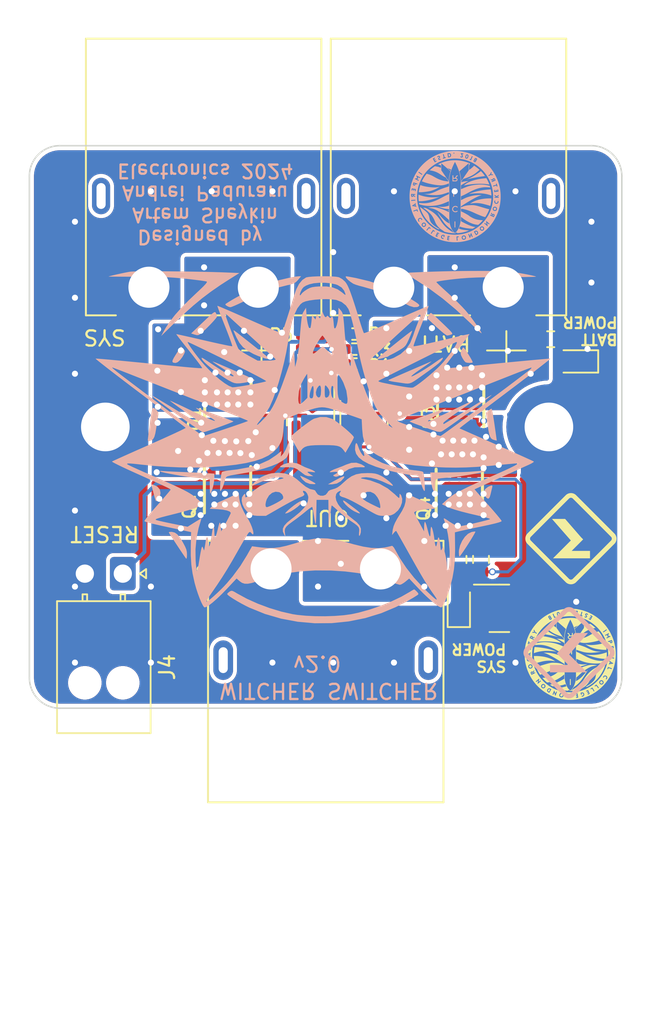
<source format=kicad_pcb>
(kicad_pcb (version 20240108) (generator "pcbnew") (generator_version "8.0")
  (layers (0 "F.Cu" signal) (31 "B.Cu" signal) (34 "B.Paste" user) (35 "F.Paste" user) (36 "B.SilkS" user "B.Silkscreen") (37 "F.SilkS" user "F.Silkscreen") (38 "B.Mask" user) (39 "F.Mask" user) (44 "Edge.Cuts" user))
  (net 0 "")
  (net 1 "VBAT")
  (net 2 "Net-(D1-K)")
  (net 3 "VADP")
  (net 4 "GND")
  (net 5 "Net-(D1-A)")
  (net 7 "/GATE1")
  (net 8 "Net-(U1-CTL)")
  (net 9 "/STAT")
  (net 11 "Net-(D2-A)")
  (net 13 "/GATE2")
  (net 14 "VOUT")
  (net 15 "VRST")
  (net 16 "Net-(Q1-Pad1)")
  (net 17 "Net-(Q3-Pad1)")
  (net 18 "Net-(U2-CTL)")
  (footprint "Resistor_SMD:R_0603_1608Metric" (layer "F.Cu") (at 139.73 92.215 -90)
    (property "Reference" "R8")
    (property "Value" "470k")
    (pad "1" smd roundrect (at -0.825 0 270) (size 0.8 0.95) (layers "F.Cu" "F.Paste" "F.Mask") (net 14 "VOUT"))
    (pad "2" smd roundrect (at 0.825 0 270) (size 0.8 0.95) (layers "F.Cu" "F.Paste" "F.Mask") (net 9 "/STAT"))
  )
  (footprint "iclr:AMASS_XT60PW-M" (layer "F.Cu") (at 121.47 68.31)
    (property "Reference" "J2" (hide yes))
    (property "Value" "XT60PW-M")
    (pad "1" thru_hole rect (at 3.6 6) (size 3.716 3.716) (drill 2.7) (layers "*.Cu" "*.Mask") (net 3 "VADP"))
    (pad "2" thru_hole circle (at -3.6 6) (size 3.716 3.716) (drill 2.7) (layers "*.Cu" "*.Mask") (net 4 "GND"))
    (pad "S1" thru_hole oval (at 6.75 0) (size 1.2 2.4) (drill oval 0.6 1.7) (layers "*.Cu" "*.Mask"))
    (pad "S2" thru_hole oval (at -6.75 0) (size 1.2 2.4) (drill oval 0.6 1.7) (layers "*.Cu" "*.Mask"))
  )
  (footprint "MountingHole:MountingHole_3.2mm_M3_DIN965_Pad" (layer "F.Cu") (at 144.2 83.5)
    (property "Reference" "H1")
    (property "Value" "MountingHole_Pad")
    (pad "1" thru_hole circle (at 0 0) (size 5.6 5.6) (drill 3.2) (layers "*.Cu" "*.Mask") (net 4 "GND"))
  )
  (footprint "LED_SMD:LED_0603_1608Metric" (layer "F.Cu") (at 145.96 79.19 180)
    (property "Reference" "D2")
    (property "Value" "BATT_LED")
    (pad "1" smd roundrect (at -0.7875 0 180) (size 0.875 0.95) (layers "F.Cu" "F.Paste" "F.Mask") (net 4 "GND"))
    (pad "2" smd roundrect (at 0.7875 0 180) (size 0.875 0.95) (layers "F.Cu" "F.Paste" "F.Mask") (net 11 "Net-(D2-A)"))
  )
  (footprint "Resistor_SMD:R_0402_1005Metric" (layer "F.Cu") (at 131.4 77.39 180)
    (property "Reference" "R2" (at -1.675 -0.01 180) (layer "F.SilkS") (effects (font (size 0.8 0.8) (thickness 0.1524))))
    (property "Value" "10k")
    (pad "1" smd roundrect (at -0.51 0 180) (size 0.54 0.64) (layers "F.Cu" "F.Paste" "F.Mask") (net 8 "Net-(U1-CTL)"))
    (pad "2" smd roundrect (at 0.51 0 180) (size 0.54 0.64) (layers "F.Cu" "F.Paste" "F.Mask") (net 4 "GND"))
  )
  (footprint "Resistor_SMD:R_0402_1005Metric" (layer "F.Cu") (at 128.34 77.44)
    (property "Reference" "R5" (at -1.765 0.01 0) (layer "F.SilkS") (effects (font (size 0.8 0.8) (thickness 0.1524) (bold yes))))
    (property "Value" "10k")
    (pad "1" smd roundrect (at -0.51 0) (size 0.54 0.64) (layers "F.Cu" "F.Paste" "F.Mask") (net 18 "Net-(U2-CTL)"))
    (pad "2" smd roundrect (at 0.51 0) (size 0.54 0.64) (layers "F.Cu" "F.Paste" "F.Mask") (net 4 "GND"))
  )
  (footprint "iclr:SQS850ENT1_GE3" (layer "F.Cu") (at 123.07 81.975 90)
    (property "Reference" "Q1" (at -1 -2.195 90) (layer "F.SilkS") (effects (font (size 0.8 0.8) (thickness 0.1524) (bold yes))))
    (property "Value" "SQS141ELNW-T1_GE3" (hide yes))
    (pad "1" smd rect (at -1.435 -0.99 180) (size 0.405 0.99) (layers "F.Cu" "F.Paste" "F.Mask") (net 16 "Net-(Q1-Pad1)"))
    (pad "2" smd rect (at -1.435 -0.33 180) (size 0.405 0.99) (layers "F.Cu" "F.Paste" "F.Mask") (net 16 "Net-(Q1-Pad1)"))
    (pad "3" smd rect (at -1.435 0.33 180) (size 0.405 0.99) (layers "F.Cu" "F.Paste" "F.Mask") (net 16 "Net-(Q1-Pad1)"))
    (pad "4" smd rect (at -1.435 0.99 180) (size 0.405 0.99) (layers "F.Cu" "F.Paste" "F.Mask") (net 13 "/GATE2"))
    (pad "5" smd rect (at 1.675 0.99 180) (size 0.405 0.51) (layers "F.Cu" "F.Paste" "F.Mask") (net 3 "VADP"))
    (pad "6" smd rect (at 1.675 0.33 180) (size 0.405 0.51) (layers "F.Cu" "F.Paste" "F.Mask") (net 3 "VADP"))
    (pad "7" smd rect (at 1.675 -0.33 180) (size 0.405 0.51) (layers "F.Cu" "F.Paste" "F.Mask") (net 3 "VADP"))
    (pad "8" smd rect (at 1.675 -0.99 180) (size 0.405 0.51) (layers "F.Cu" "F.Paste" "F.Mask") (net 3 "VADP"))
    (pad "9" smd rect (at 0.557 0 90) (size 1.725 2.235) (layers "F.Cu" "F.Paste" "F.Mask") (net 3 "VADP"))
    (pad "10" smd rect (at 1.295 1.156 180) (size 0.077 0.25) (layers "F.Cu" "F.Paste" "F.Mask") (net 3 "VADP"))
    (pad "11" smd rect (at 1.295 -1.156 180) (size 0.077 0.25) (layers "F.Cu" "F.Paste" "F.Mask") (net 3 "VADP"))
  )
  (footprint "iclr:AMASS_XT60PW-M" (layer "F.Cu") (at 137.59 68.31)
    (property "Reference" "J1" (hide yes))
    (property "Value" "XT60PW-M")
    (pad "1" thru_hole rect (at 3.6 6) (size 3.716 3.716) (drill 2.7) (layers "*.Cu" "*.Mask") (net 1 "VBAT"))
    (pad "2" thru_hole circle (at -3.6 6) (size 3.716 3.716) (drill 2.7) (layers "*.Cu" "*.Mask") (net 4 "GND"))
    (pad "S1" thru_hole oval (at 6.75 0) (size 1.2 2.4) (drill oval 0.6 1.7) (layers "*.Cu" "*.Mask"))
    (pad "S2" thru_hole oval (at -6.75 0) (size 1.2 2.4) (drill oval 0.6 1.7) (layers "*.Cu" "*.Mask"))
  )
  (footprint "iclr:Molex_Nano-Fit_105313-xx02_1x02_P2.50mm_Horizontal" (layer "F.Cu") (at 116.15 93.15 -90)
    (property "Reference" "J4" (at 6.15 -2.92 -90) (layer "F.SilkS"))
    (property "Value" "Conn_01x02_Pin")
    (pad "" np_thru_hole circle (at 7.18 0 270) (size 1.7 1.7) (drill 1.7) (layers "*.Cu" "*.Mask"))
    (pad "" np_thru_hole circle (at 7.18 2.5 270) (size 1.7 1.7) (drill 1.7) (layers "*.Cu" "*.Mask"))
    (pad "1" thru_hole roundrect (at 0 0 270) (size 2.2 1.7) (drill 1.2) (layers "*.Cu" "*.Mask") (roundrect_rratio 0.147059) (net 15 "VRST"))
    (pad "2" thru_hole oval (at 0 2.5 270) (size 2.2 1.7) (drill 1.2) (layers "*.Cu" "*.Mask") (net 4 "GND"))
  )
  (footprint "Resistor_SMD:R_0603_1608Metric" (layer "F.Cu") (at 144.32 77.73)
    (property "Reference" "R6")
    (property "Value" "3k")
    (pad "1" smd roundrect (at -0.825 0) (size 0.8 0.95) (layers "F.Cu" "F.Paste" "F.Mask") (net 1 "VBAT"))
    (pad "2" smd roundrect (at 0.825 0) (size 0.8 0.95) (layers "F.Cu" "F.Paste" "F.Mask") (net 11 "Net-(D2-A)"))
  )
  (footprint "Resistor_SMD:R_0402_1005Metric" (layer "F.Cu") (at 131.4 79.36 180)
    (property "Reference" "R1" (at -1.65 -0.115 180) (layer "F.SilkS") (effects (font (size 0.8 0.8) (thickness 0.1524))))
    (property "Value" "470k")
    (pad "1" smd roundrect (at -0.51 0 180) (size 0.54 0.64) (layers "F.Cu" "F.Paste" "F.Mask") (net 8 "Net-(U1-CTL)"))
    (pad "2" smd roundrect (at 0.51 0 180) (size 0.54 0.64) (layers "F.Cu" "F.Paste" "F.Mask") (net 3 "VADP"))
  )
  (footprint "iclr:iclr_logo_estd2018_6mm" (layer "F.Cu") (at 145.6 98.45 180)
    (property "Reference" "G***" (hide yes))
    (property "Value" "LOGO" (hide yes))
  )
  (footprint "iclr:AMASS_XT60PW-F" (layer "F.Cu") (at 129.51 92.84)
    (property "Reference" "J3")
    (property "Value" "XT60PW-F")
    (pad "1" thru_hole circle (at -3.6 0) (size 3.716 3.716) (drill 2.7) (layers "*.Cu" "*.Mask") (net 4 "GND"))
    (pad "2" thru_hole circle (at 3.6 0) (size 3.716 3.716) (drill 2.7) (layers "*.Cu" "*.Mask") (net 14 "VOUT"))
    (pad "S1" thru_hole oval (at -6.75 6) (size 1.3 2.6) (drill oval 0.6 1.7) (layers "*.Cu" "*.Mask"))
    (pad "S2" thru_hole oval (at 6.75 6) (size 1.3 2.6) (drill oval 0.6 1.7) (layers "*.Cu" "*.Mask"))
  )
  (footprint "iclr:SQS850ENT1_GE3" (layer "F.Cu") (at 138.39 81.955 90)
    (property "Reference" "Q3" (at -0.895 -2.115 90) (layer "F.SilkS") (effects (font (size 0.8 0.8) (thickness 0.1524) (bold yes))))
    (property "Value" "SQS141ELNW-T1_GE3" (hide yes))
    (pad "1" smd rect (at -1.435 -0.99 180) (size 0.405 0.99) (layers "F.Cu" "F.Paste" "F.Mask") (net 17 "Net-(Q3-Pad1)"))
    (pad "2" smd rect (at -1.435 -0.33 180) (size 0.405 0.99) (layers "F.Cu" "F.Paste" "F.Mask") (net 17 "Net-(Q3-Pad1)"))
    (pad "3" smd rect (at -1.435 0.33 180) (size 0.405 0.99) (layers "F.Cu" "F.Paste" "F.Mask") (net 17 "Net-(Q3-Pad1)"))
    (pad "4" smd rect (at -1.435 0.99 180) (size 0.405 0.99) (layers "F.Cu" "F.Paste" "F.Mask") (net 7 "/GATE1"))
    (pad "5" smd rect (at 1.675 0.99 180) (size 0.405 0.51) (layers "F.Cu" "F.Paste" "F.Mask") (net 1 "VBAT"))
    (pad "6" smd rect (at 1.675 0.33 180) (size 0.405 0.51) (layers "F.Cu" "F.Paste" "F.Mask") (net 1 "VBAT"))
    (pad "7" smd rect (at 1.675 -0.33 180) (size 0.405 0.51) (layers "F.Cu" "F.Paste" "F.Mask") (net 1 "VBAT"))
    (pad "8" smd rect (at 1.675 -0.99 180) (size 0.405 0.51) (layers "F.Cu" "F.Paste" "F.Mask") (net 1 "VBAT"))
    (pad "9" smd rect (at 0.557 0 90) (size 1.725 2.235) (layers "F.Cu" "F.Paste" "F.Mask") (net 1 "VBAT"))
    (pad "10" smd rect (at 1.295 1.156 180) (size 0.077 0.25) (layers "F.Cu" "F.Paste" "F.Mask") (net 1 "VBAT"))
    (pad "11" smd rect (at 1.295 -1.156 180) (size 0.077 0.25) (layers "F.Cu" "F.Paste" "F.Mask") (net 1 "VBAT"))
  )
  (footprint "iclr:SQS850ENT1_GE3" (layer "F.Cu") (at 123.044 87.635 -90)
    (property "Reference" "Q2" (at 1.115 2.519 90) (layer "F.SilkS") (effects (font (size 0.8 0.8) (thickness 0.1524) (bold yes))))
    (property "Value" "SQS141ELNW-T1_GE3" (hide yes))
    (pad "1" smd rect (at -1.435 -0.99) (size 0.405 0.99) (layers "F.Cu" "F.Paste" "F.Mask") (net 16 "Net-(Q1-Pad1)"))
    (pad "2" smd rect (at -1.435 -0.33) (size 0.405 0.99) (layers "F.Cu" "F.Paste" "F.Mask") (net 16 "Net-(Q1-Pad1)"))
    (pad "3" smd rect (at -1.435 0.33) (size 0.405 0.99) (layers "F.Cu" "F.Paste" "F.Mask") (net 16 "Net-(Q1-Pad1)"))
    (pad "4" smd rect (at -1.435 0.99) (size 0.405 0.99) (layers "F.Cu" "F.Paste" "F.Mask") (net 13 "/GATE2"))
    (pad "5" smd rect (at 1.675 0.99) (size 0.405 0.51) (layers "F.Cu" "F.Paste" "F.Mask") (net 14 "VOUT"))
    (pad "6" smd rect (at 1.675 0.33) (size 0.405 0.51) (layers "F.Cu" "F.Paste" "F.Mask") (net 14 "VOUT"))
    (pad "7" smd rect (at 1.675 -0.33) (size 0.405 0.51) (layers "F.Cu" "F.Paste" "F.Mask") (net 14 "VOUT"))
    (pad "8" smd rect (at 1.675 -0.99) (size 0.405 0.51) (layers "F.Cu" "F.Paste" "F.Mask") (net 14 "VOUT"))
    (pad "9" smd rect (at 0.557 0 270) (size 1.725 2.235) (layers "F.Cu" "F.Paste" "F.Mask") (net 14 "VOUT"))
    (pad "10" smd rect (at 1.295 1.156) (size 0.077 0.25) (layers "F.Cu" "F.Paste" "F.Mask") (net 14 "VOUT"))
    (pad "11" smd rect (at 1.295 -1.156) (size 0.077 0.25) (layers "F.Cu" "F.Paste" "F.Mask") (net 14 "VOUT"))
  )
  (footprint "Resistor_SMD:R_0402_1005Metric" (layer "F.Cu") (at 131.39 78.38)
    (property "Reference" "R3" (at 1.66 0.07 0) (layer "F.SilkS") (effects (font (size 0.8 0.8) (thickness 0.1524))))
    (property "Value" "10k")
    (pad "1" smd roundrect (at -0.51 0) (size 0.54 0.64) (layers "F.Cu" "F.Paste" "F.Mask") (net 15 "VRST"))
    (pad "2" smd roundrect (at 0.51 0) (size 0.54 0.64) (layers "F.Cu" "F.Paste" "F.Mask") (net 8 "Net-(U1-CTL)"))
  )
  (footprint "MountingHole:MountingHole_3.2mm_M3_DIN965_Pad" (layer "F.Cu") (at 115 83.5)
    (property "Reference" "H3")
    (property "Value" "MountingHole_Pad")
    (pad "1" thru_hole circle (at 0 0) (size 5.6 5.6) (drill 3.2) (layers "*.Cu" "*.Mask") (net 4 "GND"))
  )
  (footprint "LED_SMD:LED_0603_1608Metric" (layer "F.Cu") (at 138.27 95.18 90)
    (property "Reference" "D1")
    (property "Value" "SYS_LED")
    (pad "1" smd roundrect (at -0.7875 0 90) (size 0.875 0.95) (layers "F.Cu" "F.Paste" "F.Mask") (net 2 "Net-(D1-K)"))
    (pad "2" smd roundrect (at 0.7875 0 90) (size 0.875 0.95) (layers "F.Cu" "F.Paste" "F.Mask") (net 5 "Net-(D1-A)"))
  )
  (footprint "iclr:rae_logo_6mm" (layer "F.Cu") (at 145.65 90.85 180)
    (property "Reference" "G***" (hide yes))
    (property "Value" "LOGO" (hide yes))
  )
  (footprint "Resistor_SMD:R_0402_1005Metric" (layer "F.Cu") (at 128.33 78.38 180)
    (property "Reference" "R4" (at 0.03 -1.095 0) (layer "F.SilkS") (effects (font (size 0.8 0.8) (thickness 0.1524) (bold yes))))
    (property "Value" "10k")
    (pad "1" smd roundrect (at -0.51 0 180) (size 0.54 0.64) (layers "F.Cu" "F.Paste" "F.Mask") (net 15 "VRST"))
    (pad "2" smd roundrect (at 0.51 0 180) (size 0.54 0.64) (layers "F.Cu" "F.Paste" "F.Mask") (net 18 "Net-(U2-CTL)"))
  )
  (footprint "Package_TO_SOT_SMD:SOT-23" (layer "F.Cu") (at 140.9375 95.43)
    (property "Reference" "Q5")
    (property "Value" "FDN340P")
    (pad "1" smd roundrect (at -0.9375 -0.95) (size 1.475 0.6) (layers "F.Cu" "F.Paste" "F.Mask") (net 9 "/STAT"))
    (pad "2" smd roundrect (at -0.9375 0.95) (size 1.475 0.6) (layers "F.Cu" "F.Paste" "F.Mask") (net 2 "Net-(D1-K)"))
    (pad "3" smd roundrect (at 0.9375 0) (size 1.475 0.6) (layers "F.Cu" "F.Paste" "F.Mask") (net 4 "GND"))
  )
  (footprint "Package_TO_SOT_SMD:TSOT-23-6" (layer "F.Cu") (at 128.51 82.6025 -90)
    (property "Reference" "U2")
    (property "Value" "LTC4412xS6")
    (pad "1" smd roundrect (at -1.1375 -0.95 270) (size 1.325 0.6) (layers "F.Cu" "F.Paste" "F.Mask") (net 3 "VADP"))
    (pad "2" smd roundrect (at -1.1375 0 270) (size 1.325 0.6) (layers "F.Cu" "F.Paste" "F.Mask") (net 4 "GND"))
    (pad "3" smd roundrect (at -1.1375 0.95 270) (size 1.325 0.6) (layers "F.Cu" "F.Paste" "F.Mask") (net 18 "Net-(U2-CTL)"))
    (pad "4" smd roundrect (at 1.1375 0.95 270) (size 1.325 0.6) (layers "F.Cu" "F.Paste" "F.Mask"))
    (pad "5" smd roundrect (at 1.1375 0 270) (size 1.325 0.6) (layers "F.Cu" "F.Paste" "F.Mask") (net 13 "/GATE2"))
    (pad "6" smd roundrect (at 1.1375 -0.95 270) (size 1.325 0.6) (layers "F.Cu" "F.Paste" "F.Mask") (net 14 "VOUT"))
  )
  (footprint "Resistor_SMD:R_0603_1608Metric" (layer "F.Cu") (at 138.25 92.22 -90)
    (property "Reference" "R7")
    (property "Value" "3k")
    (pad "1" smd roundrect (at -0.825 0 270) (size 0.8 0.95) (layers "F.Cu" "F.Paste" "F.Mask") (net 14 "VOUT"))
    (pad "2" smd roundrect (at 0.825 0 270) (size 0.8 0.95) (layers "F.Cu" "F.Paste" "F.Mask") (net 5 "Net-(D1-A)"))
  )
  (footprint "iclr:SQS850ENT1_GE3" (layer "F.Cu") (at 138.3 87.8 -90)
    (property "Reference" "Q4" (at 1.075 2.35 -90) (layer "F.SilkS") (effects (font (size 0.8 0.8) (thickness 0.1524) (bold yes))))
    (property "Value" "SQS141ELNW-T1_GE3" (hide yes))
    (pad "1" smd rect (at -1.435 -0.99) (size 0.405 0.99) (layers "F.Cu" "F.Paste" "F.Mask") (net 17 "Net-(Q3-Pad1)"))
    (pad "2" smd rect (at -1.435 -0.33) (size 0.405 0.99) (layers "F.Cu" "F.Paste" "F.Mask") (net 17 "Net-(Q3-Pad1)"))
    (pad "3" smd rect (at -1.435 0.33) (size 0.405 0.99) (layers "F.Cu" "F.Paste" "F.Mask") (net 17 "Net-(Q3-Pad1)"))
    (pad "4" smd rect (at -1.435 0.99) (size 0.405 0.99) (layers "F.Cu" "F.Paste" "F.Mask") (net 7 "/GATE1"))
    (pad "5" smd rect (at 1.675 0.99) (size 0.405 0.51) (layers "F.Cu" "F.Paste" "F.Mask") (net 14 "VOUT"))
    (pad "6" smd rect (at 1.675 0.33) (size 0.405 0.51) (layers "F.Cu" "F.Paste" "F.Mask") (net 14 "VOUT"))
    (pad "7" smd rect (at 1.675 -0.33) (size 0.405 0.51) (layers "F.Cu" "F.Paste" "F.Mask") (net 14 "VOUT"))
    (pad "8" smd rect (at 1.675 -0.99) (size 0.405 0.51) (layers "F.Cu" "F.Paste" "F.Mask") (net 14 "VOUT"))
    (pad "9" smd rect (at 0.557 0 270) (size 1.725 2.235) (layers "F.Cu" "F.Paste" "F.Mask") (net 14 "VOUT"))
    (pad "10" smd rect (at 1.295 1.156) (size 0.077 0.25) (layers "F.Cu" "F.Paste" "F.Mask") (net 14 "VOUT"))
    (pad "11" smd rect (at 1.295 -1.156) (size 0.077 0.25) (layers "F.Cu" "F.Paste" "F.Mask") (net 14 "VOUT"))
  )
  (footprint "Package_TO_SOT_SMD:TSOT-23-6" (layer "F.Cu") (at 132.03 82.59 -90)
    (property "Reference" "U1")
    (property "Value" "LTC4412xS6")
    (pad "1" smd roundrect (at -1.1375 -0.95 270) (size 1.325 0.6) (layers "F.Cu" "F.Paste" "F.Mask") (net 1 "VBAT"))
    (pad "2" smd roundrect (at -1.1375 0 270) (size 1.325 0.6) (layers "F.Cu" "F.Paste" "F.Mask") (net 4 "GND"))
    (pad "3" smd roundrect (at -1.1375 0.95 270) (size 1.325 0.6) (layers "F.Cu" "F.Paste" "F.Mask") (net 8 "Net-(U1-CTL)"))
    (pad "4" smd roundrect (at 1.1375 0.95 270) (size 1.325 0.6) (layers "F.Cu" "F.Paste" "F.Mask") (net 9 "/STAT"))
    (pad "5" smd roundrect (at 1.1375 0 270) (size 1.325 0.6) (layers "F.Cu" "F.Paste" "F.Mask") (net 7 "/GATE1"))
    (pad "6" smd roundrect (at 1.1375 -0.95 270) (size 1.325 0.6) (layers "F.Cu" "F.Paste" "F.Mask") (net 14 "VOUT"))
  )
  (footprint "iclr:witcher_switcher" (layer "B.Cu") (at 129.322 85.235272)
    (property "Reference" "G***")
    (property "Value" "LOGO" (hide yes))
  )
  (footprint "iclr:rae_logo_6mm" (layer "B.Cu") (at 145.525 98.35)
    (property "Reference" "G***" (hide yes))
    (property "Value" "LOGO" (hide yes))
  )
  (footprint "iclr:iclr_logo_estd2018_6mm" (layer "B.Cu") (at 138.025 68.35)
    (property "Reference" "G***" (hide yes))
    (property "Value" "LOGO" (hide yes))
  )
  (gr_line (start 110 67) (end 110 100) (stroke (width 0.1)) (layer "Edge.Cuts"))
  (gr_arc (start 147 65) (mid 148.414214 65.585786) (end 149 67) (stroke (width 0.1)) (layer "Edge.Cuts"))
  (gr_arc (start 112 102) (mid 110.585786 101.414214) (end 110 100) (stroke (width 0.1)) (layer "Edge.Cuts"))
  (gr_line (start 149 100) (end 149 67) (stroke (width 0.1)) (layer "Edge.Cuts"))
  (gr_arc (start 110 67) (mid 110.585786 65.585786) (end 112 65) (stroke (width 0.1)) (layer "Edge.Cuts"))
  (gr_line (start 112 102) (end 147 102) (stroke (width 0.1)) (layer "Edge.Cuts"))
  (gr_arc (start 149 100) (mid 148.414214 101.414214) (end 147 102) (stroke (width 0.1)) (layer "Edge.Cuts"))
  (gr_line (start 147 65) (end 112 65) (stroke (width 0.1)) (layer "Edge.Cuts"))
  (gr_text "v2.0\n" (at 127.275 98.475 180) (layer "B.SilkS") (effects (font (size 1 1)) (justify left bottom mirror)))
  (gr_text "Designed by \nArtem Sheykin\nAndrei Paduraru\nElectronics 2024\n" (at 121.575 66.125 180) (layer "B.SilkS") (effects (font (size 0.9 0.9) (thickness 0.1524) (bold yes)) (justify bottom mirror)))
  (gr_text "WITCHER SWITCHER" (at 129.7 100.85 180) (layer "B.SilkS") (effects (font (size 1 1)) (justify mirror)))
  (gr_text "BATT" (at 137.35 78 180) (layer "F.SilkS") (effects (font (size 1 1))))
  (gr_text "SYS" (at 114.95 77.6 180) (layer "F.SilkS") (effects (font (size 1 1))))
  (gr_text "RESET\n" (at 117.325 89.95 180) (layer "F.SilkS") (effects (font (size 1 1)) (justify left bottom)))
  (gr_text "BATT\nPOWER" (at 148.8 76.2 180) (layer "F.SilkS") (effects (font (size 0.7 0.7)) (justify left bottom)))
  (gr_text "OUT" (at 129.625 89.475 180) (layer "F.SilkS") (effects (font (size 1 1))))
  (gr_text "SYS\nPOWER" (at 141.475 97.7 180) (layer "F.SilkS") (effects (font (size 0.7 0.7)) (justify left bottom)))
  (via (at 138 75) (size 0.6) (drill 0.4) (layers "F.Cu" "B.Cu") (net 1))
  (via (at 138 73) (size 0.6) (drill 0.4) (layers "F.Cu" "B.Cu") (net 1))
  (via (at 139.8 81.7) (size 0.6) (drill 0.4) (layers "F.Cu" "B.Cu") (net 1))
  (via (at 139.1 79.6) (size 0.6) (drill 0.4) (layers "F.Cu" "B.Cu") (net 1))
  (via (at 137.5 79.6) (size 0.6) (drill 0.4) (layers "F.Cu" "B.Cu") (net 1))
  (via (at 143 80) (size 0.6) (drill 0.4) (layers "F.Cu" "B.Cu") (net 1))
  (via (at 139.5 77) (size 0.6) (drill 0.4) (layers "F.Cu" "B.Cu") (net 1))
  (via (at 138.3 80.9) (size 0.6) (drill 0.4) (layers "F.Cu" "B.Cu") (net 1))
  (via (at 139 80.9) (size 0.6) (drill 0.4) (layers "F.Cu" "B.Cu") (net 1))
  (via (at 136.5 77) (size 0.6) (drill 0.4) (layers "F.Cu" "B.Cu") (net 1))
  (via (at 135 78.5) (size 0.6) (drill 0.4) (layers "F.Cu" "B.Cu") (net 1))
  (via (at 138.3 79.6) (size 0.6) (drill 0.4) (layers "F.Cu" "B.Cu") (net 1))
  (via (at 137.6 81.7) (size 0.6) (drill 0.4) (layers "F.Cu" "B.Cu") (net 1))
  (via (at 136.8 80.9) (size 0.6) (drill 0.4) (layers "F.Cu" "B.Cu") (net 1))
  (via (at 136.8 81.7) (size 0.6) (drill 0.4) (layers "F.Cu" "B.Cu") (net 1))
  (via (at 138.3 81.7) (size 0.6) (drill 0.4) (layers "F.Cu" "B.Cu") (net 1))
  (via (at 137.6 80.9) (size 0.6) (drill 0.4) (layers "F.Cu" "B.Cu") (net 1))
  (via (at 139 81.7) (size 0.6) (drill 0.4) (layers "F.Cu" "B.Cu") (net 1))
  (via (at 141.5 78.5) (size 0.6) (drill 0.4) (layers "F.Cu" "B.Cu") (net 1))
  (via (at 133.5 77) (size 0.6) (drill 0.4) (layers "F.Cu" "B.Cu") (net 1))
  (via (at 139.8 80.9) (size 0.6) (drill 0.4) (layers "F.Cu" "B.Cu") (net 1))
  (via (at 139.8 80.1) (size 0.6) (drill 0.4) (layers "F.Cu" "B.Cu") (net 1))
  (via (at 138 78.5) (size 0.6) (drill 0.4) (layers "F.Cu" "B.Cu") (net 1))
  (via (at 133.5 80) (size 0.6) (drill 0.4) (layers "F.Cu" "B.Cu") (net 1))
  (via (at 135 81.5) (size 0.6) (drill 0.4) (layers "F.Cu" "B.Cu") (net 1))
  (via (at 136.8 80.1) (size 0.6) (drill 0.4) (layers "F.Cu" "B.Cu") (net 1))
  (segment (start 138.6825 96.38) (end 138.27 95.9675) (width 0.2) (layer "F.Cu") (net 2))
  (segment (start 140 96.38) (end 138.6825 96.38) (width 0.2) (layer "F.Cu") (net 2))
  (segment (start 129.875 79.95) (end 129.89 79.95) (width 0.25) (layer "F.Cu") (net 3))
  (segment (start 129.46 80.38) (end 129.875 79.965) (width 0.25) (layer "F.Cu") (net 3))
  (segment (start 130.48 79.36) (end 130.89 79.36) (width 0.25) (layer "F.Cu") (net 3))
  (segment (start 129.875 79.965) (end 129.875 79.95) (width 0.25) (layer "F.Cu") (net 3))
  (segment (start 129.46 81.465) (end 129.46 80.38) (width 0.25) (layer "F.Cu") (net 3))
  (segment (start 129.89 79.95) (end 130.48 79.36) (width 0.25) (layer "F.Cu") (net 3))
  (via (at 122.825 78.575) (size 0.6) (drill 0.4) (layers "F.Cu" "B.Cu") (net 3))
  (via (at 129.875 79.95) (size 0.45) (drill 0.3) (layers "F.Cu" "B.Cu") (net 3))
  (via (at 119.975 78.475) (size 0.6) (drill 0.4) (layers "F.Cu" "B.Cu") (net 3))
  (via (at 124.125 77.175) (size 0.6) (drill 0.4) (layers "F.Cu" "B.Cu") (net 3))
  (via (at 126.15 81.075) (size 0.6) (drill 0.4) (layers "F.Cu" "B.Cu") (net 3))
  (via (at 121.5 73) (size 0.6) (drill 0.4) (layers "F.Cu" "B.Cu") (net 3))
  (via (at 123.05 79.925) (size 0.6) (drill 0.4) (layers "F.Cu" "B.Cu") (net 3))
  (via (at 123.75 81.225) (size 0.6) (drill 0.4) (layers "F.Cu" "B.Cu") (net 3))
  (via (at 122.25 79.925) (size 0.6) (drill 0.4) (layers "F.Cu" "B.Cu") (net 3))
  (via (at 118.425 79.8) (size 0.6) (drill 0.4) (layers "F.Cu" "B.Cu") (net 3))
  (via (at 124.55 80.425) (size 0.6) (drill 0.4) (layers "F.Cu" "B.Cu") (net 3))
  (via (at 121.55 82.025) (size 0.6) (drill 0.4) (layers "F.Cu" "B.Cu") (net 3))
  (via (at 121.275 77.175) (size 0.6) (drill 0.4) (layers "F.Cu" "B.Cu") (net 3))
  (via (at 126.625 77.3) (size 0.6) (drill 0.4) (layers "F.Cu" "B.Cu") (net 3))
  (via (at 123.75 82.025) (size 0.6) (drill 0.4) (layers "F.Cu" "B.Cu") (net 3))
  (via (at 121.55 80.425) (size 0.6) (drill 0.4) (layers "F.Cu" "B.Cu") (net 3))
  (via (at 118.475 77.075) (size 0.6) (drill 0.4) (layers "F.Cu" "B.Cu") (net 3))
  (via (at 124.55 82.025) (size 0.6) (drill 0.4) (layers "F.Cu" "B.Cu") (net 3))
  (via (at 121.5 75.5) (size 0.6) (drill 0.4) (layers "F.Cu" "B.Cu") (net 3))
  (via (at 123.05 82.025) (size 0.6) (drill 0.4) (layers "F.Cu" "B.Cu") (net 3))
  (via (at 123.05 81.225) (size 0.6) (drill 0.4) (layers "F.Cu" "B.Cu") (net 3))
  (via (at 122.35 81.225) (size 0.6) (drill 0.4) (layers "F.Cu" "B.Cu") (net 3))
  (via (at 125.85 78.875) (size 0.6) (drill 0.4) (layers "F.Cu" "B.Cu") (net 3))
  (via (at 119.975 81.2) (size 0.6) (drill 0.4) (layers "F.Cu" "B.Cu") (net 3))
  (via (at 124.55 81.225) (size 0.6) (drill 0.4) (layers "F.Cu" "B.Cu") (net 3))
  (via (at 121.55 81.225) (size 0.6) (drill 0.4) (layers "F.Cu" "B.Cu") (net 3))
  (via (at 123.85 79.925) (size 0.6) (drill 0.4) (layers "F.Cu" "B.Cu") (net 3))
  (via (at 118.45 82.175) (size 0.6) (drill 0.4) (layers "F.Cu" "B.Cu") (net 3))
  (via (at 122.35 82.025) (size 0.6) (drill 0.4) (layers "F.Cu" "B.Cu") (net 3))
  (segment (start 130.825 79) (end 130.825 78.6) (width 0.25) (layer "B.Cu") (net 3))
  (segment (start 130.225 77.725) (end 129.575 77.725) (width 0.25) (layer "B.Cu") (net 3))
  (segment (start 126.7 77.9) (end 126.675 77.925) (width 0.25) (layer "B.Cu") (net 3))
  (segment (start 129.875 79.95) (end 130.825 79) (width 0.25) (layer "B.Cu") (net 3))
  (segment (start 129.4 77.9) (end 126.7 77.9) (width 0.25) (layer "B.Cu") (net 3))
  (segment (start 130.825 78.6) (end 130.825 78.547182) (width 0.25) (layer "B.Cu") (net 3))
  (segment (start 130.825 78.325) (end 130.225 77.725) (width 0.25) (layer "B.Cu") (net 3))
  (segment (start 129.575 77.725) (end 129.4 77.9) (width 0.25) (layer "B.Cu") (net 3))
  (segment (start 130.825 78.547182) (end 130.825 78.325) (width 0.25) (layer "B.Cu") (net 3))
  (via (at 134 99) (size 0.6) (drill 0.4) (layers "F.Cu" "B.Cu") (net 4))
  (via (at 113 99) (size 0.6) (drill 0.4) (layers "F.Cu" "B.Cu") (net 4))
  (via (at 142 99) (size 0.6) (drill 0.4) (layers "F.Cu" "B.Cu") (net 4))
  (via (at 126 68) (size 0.6) (drill 0.4) (layers "F.Cu" "B.Cu") (net 4))
  (via (at 128.5 80.44) (size 0.45) (drill 0.3) (layers "F.Cu" "B.Cu") (net 4))
  (via (at 113 89) (size 0.6) (drill 0.4) (layers "F.Cu" "B.Cu") (net 4))
  (via (at 130 72) (size 0.6) (drill 0.4) (layers "F.Cu" "B.Cu") (net 4))
  (via (at 113 80) (size 0.6) (drill 0.4) (layers "F.Cu" "B.Cu") (net 4))
  (via (at 113 94) (size 0.6) (drill 0.4) (layers "F.Cu" "B.Cu") (net 4))
  (via (at 126 99) (size 0.6) (drill 0.4) (layers "F.Cu" "B.Cu") (net 4))
  (via (at 130 99) (size 0.6) (drill 0.4) (layers "F.Cu" "B.Cu") (net 4))
  (via (at 132 80.5) (size 0.6) (drill 0.4) (layers "F.Cu" "B.Cu") (net 4))
  (via (at 146 95) (size 0.6) (drill 0.4) (layers "F.Cu" "B.Cu") (net 4))
  (via (at 130 76) (size 0.6) (drill 0.4) (layers "F.Cu" "B.Cu") (net 4))
  (via (at 134 68) (size 0.6) (drill 0.4) (layers "F.Cu" "B.Cu") (net 4))
  (via (at 118 68) (size 0.6) (drill 0.4) (layers "F.Cu" "B.Cu") (net 4))
  (via (at 113 75) (size 0.6) (drill 0.4) (layers "F.Cu" "B.Cu") (net 4))
  (via (at 146.74 78.37) (size 0.6) (drill 0.4) (layers "F.Cu" "B.Cu") (net 4))
  (via (at 147 70) (size 0.6) (drill 0.4) (layers "F.Cu" "B.Cu") (net 4))
  (via (at 122 68) (size 0.6) (drill 0.4) (layers "F.Cu" "B.Cu") (net 4))
  (via (at 147 74) (size 0.6) (drill 0.4) (layers "F.Cu" "B.Cu") (net 4))
  (via (at 138 68) (size 0.6) (drill 0.4) (layers "F.Cu" "B.Cu") (net 4))
  (via (at 118 99) (size 0.6) (drill 0.4) (layers "F.Cu" "B.Cu") (net 4))
  (via (at 142 68) (size 0.6) (drill 0.4) (layers "F.Cu" "B.Cu") (net 4))
  (via (at 118 94) (size 0.6) (drill 0.4) (layers "F.Cu" "B.Cu") (net 4))
  (via (at 113 70) (size 0.6) (drill 0.4) (layers "F.Cu" "B.Cu") (net 4))
  (segment (start 138.25 94.3725) (end 138.27 94.3925) (width 0.2) (layer "F.Cu") (net 5))
  (segment (start 138.25 93.045) (end 138.25 94.3725) (width 0.2) (layer "F.Cu") (net 5))
  (segment (start 133.605 83.018249) (end 133.605 85.405) (width 0.25) (layer "F.Cu") (net 7))
  (segment (start 132.753249 82.62) (end 132.03 83.343249) (width 0.25) (layer "F.Cu") (net 7))
  (segment (start 139.9 83.1) (end 139.61 83.39) (width 0.25) (layer "F.Cu") (net 7))
  (segment (start 133 82.62) (end 133.206751 82.62) (width 0.25) (layer "F.Cu") (net 7))
  (segment (start 134.38 82.62) (end 133 82.62) (width 0.25) (layer "F.Cu") (net 7))
  (segment (start 132.03 83.343249) (end 132.03 83.7275) (width 0.25) (layer "F.Cu") (net 7))
  (segment (start 135.14 86.94) (end 136.98 86.94) (width 0.25) (layer "F.Cu") (net 7))
  (segment (start 133.605 85.405) (end 135.14 86.94) (width 0.25) (layer "F.Cu") (net 7))
  (segment (start 133.206751 82.62) (end 133.605 83.018249) (width 0.25) (layer "F.Cu") (net 7))
  (segment (start 136.98 86.94) (end 137.31 86.61) (width 0.25) (layer "F.Cu") (net 7))
  (segment (start 133 82.62) (end 132.753249 82.62) (width 0.25) (layer "F.Cu") (net 7))
  (segment (start 137.31 86.61) (end 137.31 86.365) (width 0.25) (layer "F.Cu") (net 7))
  (segment (start 139.61 83.39) (end 139.38 83.39) (width 0.25) (layer "F.Cu") (net 7))
  (via (at 139.9 83.1) (size 0.45) (drill 0.3) (layers "F.Cu" "B.Cu") (net 7))
  (via (at 134.38 82.62) (size 0.45) (drill 0.3) (layers "F.Cu" "B.Cu") (net 7))
  (segment (start 134.38 82.62) (end 139.74 82.62) (width 0.25) (layer "B.Cu") (net 7))
  (segment (start 139.9 82.78) (end 139.9 83.1) (width 0.25) (layer "B.Cu") (net 7))
  (segment (start 139.74 82.62) (end 139.9 82.78) (width 0.25) (layer "B.Cu") (net 7))
  (segment (start 131.91 79.39) (end 131.91 79.36) (width 0.2) (layer "F.Cu") (net 8))
  (segment (start 131.08 80.22) (end 131.91 79.39) (width 0.2) (layer "F.Cu") (net 8))
  (segment (start 131.08 81.4525) (end 131.08 80.22) (width 0.2) (layer "F.Cu") (net 8))
  (segment (start 131.0375 81.41) (end 131.08 81.4525) (width 0.2) (layer "F.Cu") (net 8))
  (segment (start 131.91 79.36) (end 131.91 77.39) (width 0.2) (layer "F.Cu") (net 8))
  (segment (start 139.73 94.21) (end 140 94.48) (width 0.2) (layer "F.Cu") (net 9))
  (segment (start 132.37 84.8145) (end 131.818104 84.8145) (width 0.2) (layer "F.Cu") (net 9))
  (segment (start 140.48 93.03) (end 139.74 93.03) (width 0.2) (layer "F.Cu") (net 9))
  (segment (start 139.73 93.04) (end 139.73 94.21) (width 0.2) (layer "F.Cu") (net 9))
  (segment (start 131.08 84.076396) (end 131.08 83.7275) (width 0.2) (layer "F.Cu") (net 9))
  (segment (start 139.74 93.03) (end 139.73 93.04) (width 0.2) (layer "F.Cu") (net 9))
  (segment (start 131.818104 84.8145) (end 131.08 84.076396) (width 0.2) (layer "F.Cu") (net 9))
  (via (at 140.48 93.03) (size 0.45) (drill 0.3) (layers "F.Cu" "B.Cu") (net 9))
  (via (at 132.37 84.8145) (size 0.45) (drill 0.3) (layers "F.Cu" "B.Cu") (net 9))
  (segment (start 142.35 92.18) (end 141.5 93.03) (width 0.2) (layer "B.Cu") (net 9))
  (segment (start 133.0145 84.8145) (end 135.14 86.94) (width 0.2) (layer "B.Cu") (net 9))
  (segment (start 135.14 86.94) (end 141.99 86.94) (width 0.2) (layer "B.Cu") (net 9))
  (segment (start 141.99 86.94) (end 142.35 87.3) (width 0.2) (layer "B.Cu") (net 9))
  (segment (start 141.5 93.03) (end 140.48 93.03) (width 0.2) (layer "B.Cu") (net 9))
  (segment (start 142.35 87.3) (end 142.35 92.18) (width 0.2) (layer "B.Cu") (net 9))
  (segment (start 132.37 84.8145) (end 133.0145 84.8145) (width 0.2) (layer "B.Cu") (net 9))
  (segment (start 145.145 77.73) (end 145.145 79.1625) (width 0.25) (layer "F.Cu") (net 11))
  (segment (start 145.145 79.1625) (end 145.1725 79.19) (width 0.25) (layer "F.Cu") (net 11))
  (segment (start 128.51 83.74) (end 128.51 83.077501) (width 0.25) (layer "F.Cu") (net 13))
  (segment (start 126.8425 82.7525) (end 124.7175 82.7525) (width 0.25) (layer "F.Cu") (net 13))
  (segment (start 124.7175 82.7525) (end 124.06 83.41) (width 0.25) (layer "F.Cu") (net 13))
  (segment (start 128.184999 82.7525) (end 126.8575 82.7525) (width 0.25) (layer "F.Cu") (net 13))
  (segment (start 126.8575 82.7525) (end 126.85 82.76) (width 0.25) (layer "F.Cu") (net 13))
  (segment (start 121.525 86.55) (end 121.704 86.55) (width 0.25) (layer "F.Cu") (net 13))
  (segment (start 126.85 82.76) (end 126.8425 82.7525) (width 0.25) (layer "F.Cu") (net 13))
  (segment (start 128.51 83.077501) (end 128.184999 82.7525) (width 0.25) (layer "F.Cu") (net 13))
  (segment (start 121.704 86.55) (end 122.054 86.2) (width 0.25) (layer "F.Cu") (net 13))
  (via (at 126.85 82.76) (size 0.45) (drill 0.3) (layers "F.Cu" "B.Cu") (net 13))
  (via (at 121.525 86.55) (size 0.45) (drill 0.3) (layers "F.Cu" "B.Cu") (net 13))
  (segment (start 121.525 86.55) (end 121.735 86.76) (width 0.25) (layer "B.Cu") (net 13))
  (segment (start 126.85 85.975) (end 126.85 82.76) (width 0.25) (layer "B.Cu") (net 13))
  (segment (start 121.735 86.76) (end 126.065 86.76) (width 0.25) (layer "B.Cu") (net 13))
  (segment (start 126.065 86.76) (end 126.85 85.975) (width 0.25) (layer "B.Cu") (net 13))
  (via (at 130.5 86.5) (size 0.6) (drill 0.4) (layers "F.Cu" "B.Cu") (net 14))
  (via (at 137.6 88.6) (size 0.6) (drill 0.4) (layers "F.Cu" "B.Cu") (net 14))
  (via (at 137.6 87.9) (size 0.6) (drill 0.4) (layers "F.Cu" "B.Cu") (net 14))
  (via (at 139.9 87.9) (size 0.6) (drill 0.4) (layers "F.Cu" "B.Cu") (net 14))
  (via (at 118.55 88.225) (size 0.6) (drill 0.4) (layers "F.Cu" "B.Cu") (net 14))
  (via (at 138.3 87.9) (size 0.6) (drill 0.4) (layers "F.Cu" "B.Cu") (net 14))
  (via (at 132 88) (size 0.6) (drill 0.4) (layers "F.Cu" "B.Cu") (net 14))
  (via (at 136 91) (size 0.6) (drill 0.4) (layers "F.Cu" "B.Cu") (net 14))
  (via (at 139 88.6) (size 0.6) (drill 0.4) (layers "F.Cu" "B.Cu") (net 14))
  (via (at 119.975 90.175) (size 0.6) (drill 0.4) (layers "F.Cu" "B.Cu") (net 14))
  (via (at 133.5 86.5) (size 0.6) (drill 0.4) (layers "F.Cu" "B.Cu") (net 14))
  (via (at 129 94) (size 0.6) (drill 0.4) (layers "F.Cu" "B.Cu") (net 14))
  (via (at 130.5 92.5) (size 0.6) (drill 0.4) (layers "F.Cu" "B.Cu") (net 14))
  (via (at 121.275 89.3) (size 0.6) (drill 0.4) (layers "F.Cu" "B.Cu") (net 14))
  (via (at 128.05 88.525) (size 0.6) (drill 0.4) (layers "F.Cu" "B.Cu") (net 14))
  (via (at 139.9 89.3) (size 0.6) (drill 0.4) (layers "F.Cu" "B.Cu") (net 14))
  (via (at 122.875 87.9) (size 0.6) (drill 0.4) (layers "F.Cu" "B.Cu") (net 14))
  (via (at 129 91) (size 0.6) (drill 0.4) (layers "F.Cu" "B.Cu") (net 14))
  (via (at 121.275 88.6) (size 0.6) (drill 0.4) (layers "F.Cu" "B.Cu") (net 14))
  (via (at 136.7 88.6) (size 0.6) (drill 0.4) (layers "F.Cu" "B.Cu") (net 14))
  (via (at 122.175 88.6) (size 0.6) (drill 0.4) (layers "F.Cu" "B.Cu") (net 14))
  (via (at 136 94) (size 0.6) (drill 0.4) (layers "F.Cu" "B.Cu") (net 14))
  (via (at 122.775 90) (size 0.6) (drill 0.4) (layers "F.Cu" "B.Cu") (net 14))
  (via (at 139 90) (size 0.6) (drill 0.4) (layers "F.Cu" "B.Cu") (net 14))
  (via (at 139.9 88.6) (size 0.6) (drill 0.4) (layers "F.Cu" "B.Cu") (net 14))
  (via (at 122.175 87.9) (size 0.6) (drill 0.4) (layers "F.Cu" "B.Cu") (net 14))
  (via (at 133.5 89.5) (size 0.6) (drill 0.4) (layers "F.Cu" "B.Cu") (net 14))
  (via (at 139 87.9) (size 0.6) (drill 0.4) (layers "F.Cu" "B.Cu") (net 14))
  (via (at 137.4 90) (size 0.6) (drill 0.4) (layers "F.Cu" "B.Cu") (net 14))
  (via (at 123.575 88.6) (size 0.6) (drill 0.4) (layers "F.Cu" "B.Cu") (net 14))
  (via (at 136.7 87.9) (size 0.6) (drill 0.4) (layers "F.Cu" "B.Cu") (net 14))
  (via (at 121.975 90) (size 0.6) (drill 0.4) (layers "F.Cu" "B.Cu") (net 14))
  (via (at 122.875 88.6) (size 0.6) (drill 0.4) (layers "F.Cu" "B.Cu") (net 14))
  (via (at 124.475 87.9) (size 0.6) (drill 0.4) (layers "F.Cu" "B.Cu") (net 14))
  (via (at 121.275 87.9) (size 0.6) (drill 0.4) (layers "F.Cu" "B.Cu") (net 14))
  (via (at 138.3 88.6) (size 0.6) (drill 0.4) (layers "F.Cu" "B.Cu") (net 14))
  (via (at 124.475 89.3) (size 0.6) (drill 0.4) (layers "F.Cu" "B.Cu") (net 14))
  (via (at 136.7 89.3) (size 0.6) (drill 0.4) (layers "F.Cu" "B.Cu") (net 14))
  (via (at 123.575 87.9) (size 0.6) (drill 0.4) (layers "F.Cu" "B.Cu") (net 14))
  (via (at 130.5 89.5) (size 0.6) (drill 0.4) (layers "F.Cu" "B.Cu") (net 14))
  (via (at 138.2 90) (size 0.6) (drill 0.4) (layers "F.Cu" "B.Cu") (net 14))
  (via (at 124.475 88.6) (size 0.6) (drill 0.4) (layers "F.Cu" "B.Cu") (net 14))
  (via (at 135 88) (size 0.6) (drill 0.4) (layers "F.Cu" "B.Cu") (net 14))
  (via (at 123.575 90) (size 0.6) (drill 0.4) (layers "F.Cu" "B.Cu") (net 14))
  (segment (start 129.9 78.38) (end 130.88 78.38) (width 0.25) (layer "F.Cu") (net 15))
  (segment (start 129.88 78.38) (end 129.89 78.39) (width 0.25) (layer "F.Cu") (net 15))
  (segment (start 128.84 78.38) (end 129.88 78.38) (width 0.25) (layer "F.Cu") (net 15))
  (segment (start 129.89 78.39) (end 129.9 78.38) (width 0.25) (layer "F.Cu") (net 15))
  (via (at 129.89 78.39) (size 0.45) (drill 0.3) (layers "F.Cu" "B.Cu") (net 15))
  (segment (start 127.785 78.39) (end 127.508 78.667) (width 0.25) (layer "B.Cu") (net 15))
  (segment (start 127.508 85.953396) (end 126.251396 87.21) (width 0.25) (layer "B.Cu") (net 15))
  (segment (start 129.89 78.39) (end 127.785 78.39) (width 0.25) (layer "B.Cu") (net 15))
  (segment (start 127.508 78.667) (end 127.508 85.953396) (width 0.25) (layer "B.Cu") (net 15))
  (segment (start 118.39 87.21) (end 117.575 88.025) (width 0.25) (layer "B.Cu") (net 15))
  (segment (start 117.575 88.025) (end 117.575 91.725) (width 0.25) (layer "B.Cu") (net 15))
  (segment (start 126.251396 87.21) (end 118.39 87.21) (width 0.25) (layer "B.Cu") (net 15))
  (segment (start 117.575 91.725) (end 116.15 93.15) (width 0.25) (layer "B.Cu") (net 15))
  (via (at 123.89 85.22) (size 0.6) (drill 0.4) (layers "F.Cu" "B.Cu") (net 16))
  (via (at 121.31 83.22) (size 0.6) (drill 0.4) (layers "F.Cu" "B.Cu") (net 16))
  (via (at 118.38 86.48) (size 0.6) (drill 0.4) (layers "F.Cu" "B.Cu") (net 16))
  (via (at 122.11 84.41) (size 0.6) (drill 0.4) (layers "F.Cu" "B.Cu") (net 16))
  (via (at 124.9 83.85) (size 0.6) (drill 0.4) (layers "F.Cu" "B.Cu") (net 16))
  (via (at 121.35 84.04) (size 0.6) (drill 0.4) (layers "F.Cu" "B.Cu") (net 16))
  (via (at 122.87 84.43) (size 0.6) (drill 0.4) (layers "F.Cu" "B.Cu") (net 16))
  (via (at 123.62 84.45) (size 0.6) (drill 0.4) (layers "F.Cu" "B.Cu") (net 16))
  (via (at 126 84.89) (size 0.6) (drill 0.4) (layers "F.Cu" "B.Cu") (net 16))
  (via (at 120.59 86.3) (size 0.6) (drill 0.4) (layers "F.Cu" "B.Cu") (net 16))
  (via (at 119.79 85.08) (size 0.6) (drill 0.4) (layers "F.Cu" "B.Cu") (net 16))
  (via (at 123.18 85.21) (size 0.6) (drill 0.4) (layers "F.Cu" "B.Cu") (net 16))
  (via (at 121.16 85.73) (size 0.6) (drill 0.4) (layers "F.Cu" "B.Cu") (net 16))
  (via (at 124.41 84.43) (size 0.6) (drill 0.4) (layers "F.Cu" "B.Cu") (net 16))
  (via (at 118.44 83.23) (size 0.6) (drill 0.4) (layers "F.Cu" "B.Cu") (net 16))
  (via (at 122.46 85.21) (size 0.6) (drill 0.4) (layers "F.Cu" "B.Cu") (net 16))
  (via (at 121.72 85.21) (size 0.6) (drill 0.4) (layers "F.Cu" "B.Cu") (net 16))
  (via (at 124.64 85.35) (size 0.6) (drill 0.4) (layers "F.Cu" "B.Cu") (net 16))
  (via (at 124.968 86.106) (size 0.6) (drill 0.4) (layers "F.Cu" "B.Cu") (net 16))
  (via (at 135 83.5) (size 0.6) (drill 0.4) (layers "F.Cu" "B.Cu") (net 17))
  (via (at 138.5 85.3) (size 0.6) (drill 0.4) (layers "F.Cu" "B.Cu") (net 17))
  (via (at 138.6 84.4) (size 0.6) (drill 0.4) (layers "F.Cu" "B.Cu") (net 17))
  (via (at 136.6 84) (size 0.6) (drill 0.4) (layers "F.Cu" "B.Cu") (net 17))
  (via (at 140.06 84.15) (size 0.6) (drill 0.4) (layers "F.Cu" "B.Cu") (net 17))
  (via (at 137.9 84.4) (size 0.6) (drill 0.4) (layers "F.Cu" "B.Cu") (net 17))
  (via (at 136.6 83.3) (size 0.6) (drill 0.4) (layers "F.Cu" "B.Cu") (net 17))
  (via (at 135 85) (size 0.6) (drill 0.4) (layers "F.Cu" "B.Cu") (net 17))
  (via (at 137.2 84.4) (size 0.6) (drill 0.4) (layers "F.Cu" "B.Cu") (net 17))
  (via (at 137.8 85.3) (size 0.6) (drill 0.4) (layers "F.Cu" "B.Cu") (net 17))
  (via (at 139.9 86.2) (size 0.6) (drill 0.4) (layers "F.Cu" "B.Cu") (net 17))
  (via (at 140.9 84.8) (size 0.6) (drill 0.4) (layers "F.Cu" "B.Cu") (net 17))
  (via (at 139.3 84.4) (size 0.6) (drill 0.4) (layers "F.Cu" "B.Cu") (net 17))
  (via (at 140.9 86) (size 0.6) (drill 0.4) (layers "F.Cu" "B.Cu") (net 17))
  (via (at 139.2 85.3) (size 0.6) (drill 0.4) (layers "F.Cu" "B.Cu") (net 17))
  (via (at 139.9 85.5) (size 0.6) (drill 0.4) (layers "F.Cu" "B.Cu") (net 17))
  (via (at 136.5 85.9) (size 0.6) (drill 0.4) (layers "F.Cu" "B.Cu") (net 17))
  (via (at 137.1 85.3) (size 0.6) (drill 0.4) (layers "F.Cu" "B.Cu") (net 17))
  (segment (start 127.56 80.22) (end 127.82 79.96) (width 0.25) (layer "F.Cu") (net 18))
  (segment (start 127.82 79.96) (end 127.82 78.38) (width 0.25) (layer "F.Cu") (net 18))
  (segment (start 127.82 78.38) (end 127.82 77.45) (width 0.25) (layer "F.Cu") (net 18))
  (segment (start 127.56 81.465) (end 127.56 80.22) (width 0.25) (layer "F.Cu") (net 18))
  (segment (start 127.82 77.45) (end 127.83 77.44) (width 0.25) (layer "F.Cu") (net 18))
  (zone (net 4) (net_name "GND") (layer "F.Cu") (connect_pads yes (clearance 0.254)) (min_thickness 0.254) (fill yes (thermal_gap 0.508) (thermal_bridge_width 0.508))
    (polygon (pts (xy 150.9 109) (xy 108.2 109) (xy 108.2 58.1) (xy 150.9 58.1)))
  )
  (zone (net 17) (net_name "Net-(Q3-Pad1)") (layers "F&B.Cu") (priority 4) (connect_pads yes (clearance 0.254)) (min_thickness 0.25) (fill yes (thermal_gap 0.5) (thermal_bridge_width 0.5))
    (polygon (pts (xy 142.1 86.8) (xy 142.1 82.7) (xy 133.5 82.8) (xy 133.5 84.8) (xy 135.5 86.8)))
  )
  (zone (net 3) (net_name "VADP") (layers "F&B.Cu") (priority 5) (connect_pads yes (clearance 0.254)) (min_thickness 0.25) (fill yes (thermal_gap 0.5) (thermal_bridge_width 0.5))
    (polygon (pts (xy 127.2 72.3) (xy 127.1 82.5) (xy 118.1 82.5) (xy 118.1 76.7) (xy 120.2 76.7) (xy 120.2 72.3)))
  )
  (zone (net 14) (net_name "VOUT") (layers "F&B.Cu") (priority 2) (connect_pads yes (clearance 0.254)) (min_thickness 0.25) (fill yes (thermal_gap 0.5) (thermal_bridge_width 0.5))
    (polygon (pts (xy 133.3 85.52) (xy 134.8 87.1) (xy 142.1 87.1) (xy 142.1 92.1) (xy 137.5 92.1) (xy 137.5 95) (xy 128 95) (xy 128 90.695844) (xy 118.03 90.66) (xy 118.04 86.93) (xy 127.358077 86.93) (xy 127.3 82.7) (xy 133.3 82.7)))
  )
  (zone (net 16) (net_name "Net-(Q1-Pad1)") (layers "F&B.Cu") (priority 4) (connect_pads yes (clearance 0.254)) (min_thickness 0.25) (fill yes (thermal_gap 0.5) (thermal_bridge_width 0.5))
    (polygon (pts (xy 127.1 86.8) (xy 127.1 82.82) (xy 118.11 82.95) (xy 118.05 86.79)))
  )
  (zone (net 1) (net_name "VBAT") (layers "F&B.Cu") (priority 3) (connect_pads yes (clearance 0.254)) (min_thickness 0.25) (fill yes (thermal_gap 0.5) (thermal_bridge_width 0.5))
    (polygon (pts (xy 144.2 72.2) (xy 144.2 82.4) (xy 132.6 82.4) (xy 132.6 76.5) (xy 136.2 76.5) (xy 136.2 72.2)))
  )
  (zone (net 4) (net_name "GND") (layer "B.Cu") (priority 1) (connect_pads yes (clearance 0.254)) (min_thickness 0.254) (fill yes (thermal_gap 0.508) (thermal_bridge_width 0.508))
    (polygon (pts (xy 150.9 109.1) (xy 108.2 109) (xy 108.2 58.1) (xy 150.9 58.2)))
  )
)
</source>
